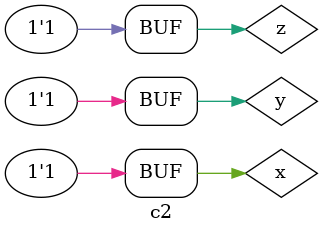
<source format=v>
module fxyz (output s1, output s2, input x, y, z);
assign s1 = ~(~x&~y) & (x | y); //  ( x' . y' )' . ( x + y )
assign s2 = x | y;
endmodule // fxyz

module c2;
reg x, y, z;
wire s1, s2;
// instancias
fxyz FXY (s1, s2, x, y, z);
// valores iniciais
initial begin: start
x=1'bx; y=1'bx; z=1'bx;// indefinidos
end
// parte principal
initial begin: main
// identificacao
$display("Test boolean expression");
$display("\n s1 = ( x' . y' )' . ( x + y ) --- s2 = x + y\n");
// monitoramento
$display(" x  y  z =   nao_simpl  simpl");
$monitor("%2b %2b %2b =\t%2b \t %2b", x, y, z, s1, s2);
// sinalizacao
#1 x=0; y=0; z=0;
#1 x=0; y=0; z=1;
#1 x=0; y=1; z=0;
#1 x=0; y=1; z=1;
#1 x=1; y=0; z=0;
#1 x=1; y=0; z=1;
#1 x=1; y=1; z=0;
#1 x=1; y=1; z=1;
end
endmodule // test_module
</source>
